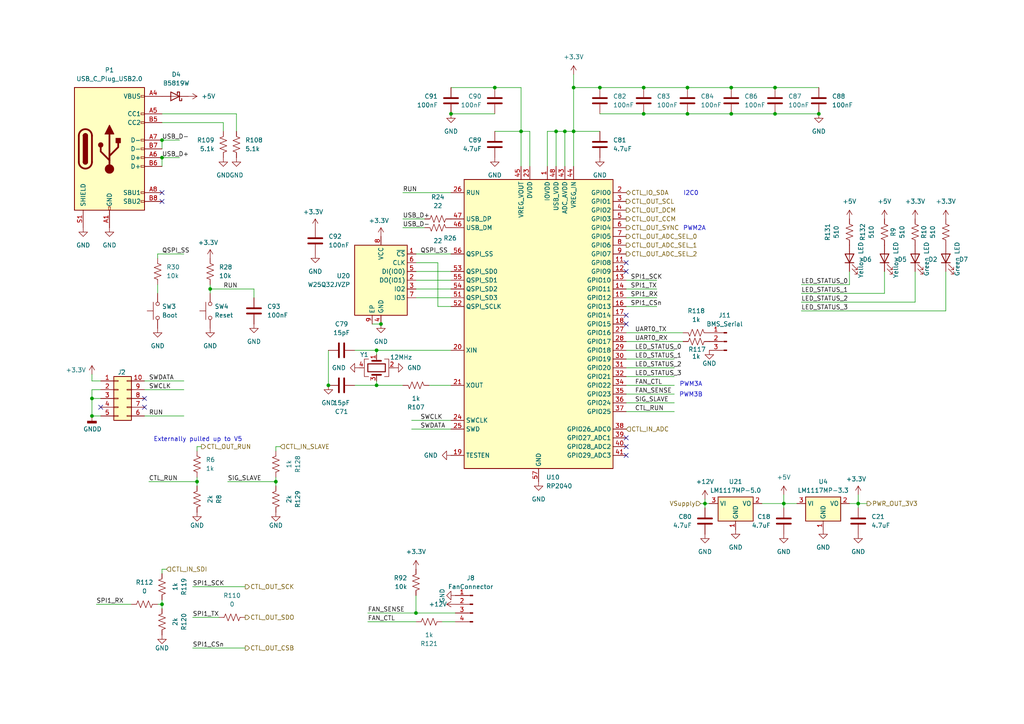
<source format=kicad_sch>
(kicad_sch (version 20231120) (generator "eeschema") (generator_version "8.0")
  (paper "A4")
  (junction (at 46.99 45.72))
  (junction (at 212.09 33.02))
  (junction (at 46.99 40.64))
  (junction (at 237.49 33.02))
  (junction (at 109.22 101.6))
  (junction (at 26.67 120.65))
  (junction (at 143.51 25.4))
  (junction (at 227.33 146.05))
  (junction (at 151.13 38.1))
  (junction (at 224.79 25.4))
  (junction (at 186.69 25.4))
  (junction (at 60.96 83.82))
  (junction (at 224.79 33.02))
  (junction (at 173.99 25.4))
  (junction (at 95.25 111.76))
  (junction (at 166.37 25.4))
  (junction (at 248.92 146.05))
  (junction (at 199.39 25.4))
  (junction (at 130.81 33.02))
  (junction (at 204.47 146.05))
  (junction (at 199.39 33.02))
  (junction (at 212.09 25.4))
  (junction (at 161.29 38.1))
  (junction (at 166.37 38.1))
  (junction (at 57.15 139.7))
  (junction (at 110.49 93.98))
  (junction (at 120.65 177.8))
  (junction (at 46.99 175.26))
  (junction (at 186.69 33.02))
  (junction (at 26.67 115.57))
  (junction (at 109.22 111.76))
  (junction (at 163.83 38.1))
  (junction (at 80.01 139.7))
  (no_connect (at 46.99 55.88))
  (no_connect (at 181.61 76.2))
  (no_connect (at 41.91 118.11))
  (no_connect (at 181.61 78.74))
  (no_connect (at 181.61 127))
  (no_connect (at 46.99 58.42))
  (no_connect (at 29.21 118.11))
  (no_connect (at 181.61 91.44))
  (no_connect (at 181.61 129.54))
  (no_connect (at 41.91 115.57))
  (no_connect (at 181.61 132.08))
  (no_connect (at 181.61 93.98))
  (wire (pts (xy 120.65 83.82) (xy 130.81 83.82)))
  (wire (pts (xy 220.98 146.05) (xy 227.33 146.05)))
  (wire (pts (xy 127 88.9) (xy 130.81 88.9)))
  (wire (pts (xy 181.61 81.28) (xy 190.5 81.28)))
  (wire (pts (xy 45.72 82.55) (xy 45.72 85.09)))
  (wire (pts (xy 166.37 21.59) (xy 166.37 25.4)))
  (wire (pts (xy 41.91 110.49) (xy 53.34 110.49)))
  (wire (pts (xy 46.99 40.64) (xy 46.99 43.18)))
  (wire (pts (xy 116.84 63.5) (xy 123.19 63.5)))
  (wire (pts (xy 232.41 85.09) (xy 256.54 85.09)))
  (wire (pts (xy 106.68 177.8) (xy 120.65 177.8)))
  (wire (pts (xy 181.61 99.06) (xy 198.12 99.06)))
  (wire (pts (xy 124.46 111.76) (xy 130.81 111.76)))
  (wire (pts (xy 66.04 139.7) (xy 80.01 139.7)))
  (wire (pts (xy 46.99 165.1) (xy 46.99 166.37)))
  (wire (pts (xy 55.88 170.18) (xy 71.12 170.18)))
  (wire (pts (xy 166.37 25.4) (xy 166.37 38.1)))
  (wire (pts (xy 232.41 90.17) (xy 274.32 90.17)))
  (wire (pts (xy 60.96 83.82) (xy 60.96 85.09)))
  (wire (pts (xy 109.22 101.6) (xy 109.22 102.87)))
  (wire (pts (xy 46.99 45.72) (xy 46.99 48.26)))
  (wire (pts (xy 204.47 144.78) (xy 204.47 146.05)))
  (wire (pts (xy 256.54 78.74) (xy 256.54 85.09)))
  (wire (pts (xy 181.61 83.82) (xy 190.5 83.82)))
  (wire (pts (xy 57.15 138.43) (xy 57.15 139.7)))
  (wire (pts (xy 151.13 38.1) (xy 151.13 48.26)))
  (wire (pts (xy 73.66 86.36) (xy 73.66 83.82)))
  (wire (pts (xy 181.61 88.9) (xy 190.5 88.9)))
  (wire (pts (xy 46.99 35.56) (xy 64.77 35.56)))
  (wire (pts (xy 246.38 146.05) (xy 248.92 146.05)))
  (wire (pts (xy 109.22 111.76) (xy 109.22 110.49)))
  (wire (pts (xy 58.42 129.54) (xy 57.15 129.54)))
  (wire (pts (xy 45.72 175.26) (xy 46.99 175.26)))
  (wire (pts (xy 120.65 81.28) (xy 130.81 81.28)))
  (wire (pts (xy 181.61 106.68) (xy 195.58 106.68)))
  (wire (pts (xy 106.68 180.34) (xy 120.65 180.34)))
  (wire (pts (xy 181.61 86.36) (xy 190.5 86.36)))
  (wire (pts (xy 73.66 83.82) (xy 60.96 83.82)))
  (wire (pts (xy 26.67 113.03) (xy 26.67 115.57)))
  (wire (pts (xy 227.33 146.05) (xy 231.14 146.05)))
  (wire (pts (xy 274.32 78.74) (xy 274.32 90.17)))
  (wire (pts (xy 265.43 78.74) (xy 265.43 87.63)))
  (wire (pts (xy 41.91 113.03) (xy 53.34 113.03)))
  (wire (pts (xy 29.21 120.65) (xy 26.67 120.65)))
  (wire (pts (xy 45.72 73.66) (xy 53.34 73.66)))
  (wire (pts (xy 109.22 111.76) (xy 116.84 111.76)))
  (wire (pts (xy 45.72 74.93) (xy 45.72 73.66)))
  (wire (pts (xy 127 76.2) (xy 127 88.9)))
  (wire (pts (xy 102.87 101.6) (xy 109.22 101.6)))
  (wire (pts (xy 181.61 104.14) (xy 195.58 104.14)))
  (wire (pts (xy 46.99 45.72) (xy 52.07 45.72)))
  (wire (pts (xy 41.91 120.65) (xy 53.34 120.65)))
  (wire (pts (xy 68.58 33.02) (xy 68.58 38.1)))
  (wire (pts (xy 232.41 87.63) (xy 265.43 87.63)))
  (wire (pts (xy 55.88 187.96) (xy 71.12 187.96)))
  (wire (pts (xy 46.99 33.02) (xy 68.58 33.02)))
  (wire (pts (xy 43.18 139.7) (xy 57.15 139.7)))
  (wire (pts (xy 119.38 121.92) (xy 130.81 121.92)))
  (wire (pts (xy 26.67 108.585) (xy 26.67 110.49)))
  (wire (pts (xy 26.67 113.03) (xy 29.21 113.03)))
  (wire (pts (xy 166.37 38.1) (xy 173.99 38.1)))
  (wire (pts (xy 166.37 38.1) (xy 166.37 48.26)))
  (wire (pts (xy 26.67 110.49) (xy 29.21 110.49)))
  (wire (pts (xy 80.01 129.54) (xy 80.01 130.81)))
  (wire (pts (xy 60.96 82.55) (xy 60.96 83.82)))
  (wire (pts (xy 107.95 93.98) (xy 110.49 93.98)))
  (wire (pts (xy 95.25 101.6) (xy 95.25 111.76)))
  (wire (pts (xy 161.29 38.1) (xy 161.29 48.26)))
  (wire (pts (xy 143.51 38.1) (xy 151.13 38.1)))
  (wire (pts (xy 55.88 179.07) (xy 63.5 179.07)))
  (wire (pts (xy 248.92 146.05) (xy 251.46 146.05)))
  (wire (pts (xy 181.61 116.84) (xy 195.58 116.84)))
  (wire (pts (xy 232.41 82.55) (xy 246.38 82.55)))
  (wire (pts (xy 130.81 25.4) (xy 143.51 25.4)))
  (wire (pts (xy 181.61 111.76) (xy 195.58 111.76)))
  (wire (pts (xy 186.69 25.4) (xy 199.39 25.4)))
  (wire (pts (xy 81.28 129.54) (xy 80.01 129.54)))
  (wire (pts (xy 204.47 146.05) (xy 205.74 146.05)))
  (wire (pts (xy 120.65 76.2) (xy 127 76.2)))
  (wire (pts (xy 120.65 73.66) (xy 130.81 73.66)))
  (wire (pts (xy 203.2 146.05) (xy 204.47 146.05)))
  (wire (pts (xy 151.13 25.4) (xy 151.13 38.1)))
  (wire (pts (xy 80.01 139.7) (xy 80.01 140.97)))
  (wire (pts (xy 80.01 138.43) (xy 80.01 139.7)))
  (wire (pts (xy 120.65 86.36) (xy 130.81 86.36)))
  (wire (pts (xy 116.84 55.88) (xy 130.81 55.88)))
  (wire (pts (xy 246.38 78.74) (xy 246.38 82.55)))
  (wire (pts (xy 120.65 78.74) (xy 130.81 78.74)))
  (wire (pts (xy 173.99 33.02) (xy 186.69 33.02)))
  (wire (pts (xy 120.65 172.72) (xy 120.65 177.8)))
  (wire (pts (xy 46.99 40.64) (xy 52.07 40.64)))
  (wire (pts (xy 227.33 147.32) (xy 227.33 146.05)))
  (wire (pts (xy 212.09 33.02) (xy 224.79 33.02)))
  (wire (pts (xy 64.77 35.56) (xy 64.77 38.1)))
  (wire (pts (xy 161.29 38.1) (xy 163.83 38.1)))
  (wire (pts (xy 27.94 175.26) (xy 38.1 175.26)))
  (wire (pts (xy 102.87 111.76) (xy 109.22 111.76)))
  (wire (pts (xy 128.27 180.34) (xy 132.08 180.34)))
  (wire (pts (xy 212.09 25.4) (xy 224.79 25.4)))
  (wire (pts (xy 29.21 115.57) (xy 26.67 115.57)))
  (wire (pts (xy 48.26 165.1) (xy 46.99 165.1)))
  (wire (pts (xy 181.61 114.3) (xy 195.58 114.3)))
  (wire (pts (xy 227.33 143.51) (xy 227.33 146.05)))
  (wire (pts (xy 181.61 109.22) (xy 195.58 109.22)))
  (wire (pts (xy 199.39 25.4) (xy 212.09 25.4)))
  (wire (pts (xy 248.92 146.05) (xy 248.92 147.32)))
  (wire (pts (xy 130.81 33.02) (xy 143.51 33.02)))
  (wire (pts (xy 204.47 146.05) (xy 204.47 147.32)))
  (wire (pts (xy 224.79 25.4) (xy 237.49 25.4)))
  (wire (pts (xy 116.84 66.04) (xy 123.19 66.04)))
  (wire (pts (xy 158.75 38.1) (xy 161.29 38.1)))
  (wire (pts (xy 46.99 175.26) (xy 46.99 176.53)))
  (wire (pts (xy 181.61 101.6) (xy 195.58 101.6)))
  (wire (pts (xy 224.79 33.02) (xy 237.49 33.02)))
  (wire (pts (xy 153.67 48.26) (xy 153.67 38.1)))
  (wire (pts (xy 158.75 48.26) (xy 158.75 38.1)))
  (wire (pts (xy 151.13 38.1) (xy 153.67 38.1)))
  (wire (pts (xy 181.61 119.38) (xy 195.58 119.38)))
  (wire (pts (xy 181.61 96.52) (xy 198.12 96.52)))
  (wire (pts (xy 163.83 38.1) (xy 166.37 38.1)))
  (wire (pts (xy 46.99 173.99) (xy 46.99 175.26)))
  (wire (pts (xy 143.51 25.4) (xy 151.13 25.4)))
  (wire (pts (xy 132.08 177.8) (xy 120.65 177.8)))
  (wire (pts (xy 119.38 124.46) (xy 130.81 124.46)))
  (wire (pts (xy 166.37 25.4) (xy 173.99 25.4)))
  (wire (pts (xy 173.99 25.4) (xy 186.69 25.4)))
  (wire (pts (xy 163.83 38.1) (xy 163.83 48.26)))
  (wire (pts (xy 186.69 33.02) (xy 199.39 33.02)))
  (wire (pts (xy 199.39 33.02) (xy 212.09 33.02)))
  (wire (pts (xy 26.67 120.65) (xy 26.67 115.57)))
  (wire (pts (xy 248.92 143.51) (xy 248.92 146.05)))
  (wire (pts (xy 57.15 129.54) (xy 57.15 130.81)))
  (wire (pts (xy 130.81 101.6) (xy 109.22 101.6)))
  (wire (pts (xy 57.15 139.7) (xy 57.15 140.97)))
  (text "PWM3A" (at 200.406 111.506 0) (effects (font (size 1.27 1.27))))
  (text "PWM2A" (at 201.422 66.294 0) (effects (font (size 1.27 1.27))))
  (text "I2C0" (at 200.406 56.134 0) (effects (font (size 1.27 1.27))))
  (text "PWM3B" (at 200.406 114.554 0) (effects (font (size 1.27 1.27))))
  (text "Externally pulled up to V5" (at 57.404 127.508 0) (effects (font (size 1.27 1.27))))
  (label "SPI1_CSn" (at 182.88 88.9 0))
  (label "FAN_CTL" (at 106.68 180.34 0))
  (label "SWCLK" (at 121.92 121.92 0))
  (label "RUN" (at 116.84 55.88 0))
  (label "LED_STATUS_3" (at 232.41 90.17 0))
  (label "SWCLK" (at 43.18 113.03 0))
  (label "SPI1_TX" (at 182.88 83.82 0))
  (label "UART0_RX" (at 184.15 99.06 0))
  (label "LED_STATUS_2" (at 232.41 87.63 0))
  (label "USB_D-" (at 46.99 40.64 0))
  (label "QSPI_SS" (at 46.99 73.66 0))
  (label "SPI1_CSn" (at 55.88 187.96 0))
  (label "SIG_SLAVE" (at 66.04 139.7 0))
  (label "QSPI_SS" (at 121.92 73.66 0))
  (label "USB_D-" (at 116.84 66.04 0))
  (label "SPI1_RX" (at 182.88 86.36 0))
  (label "USB_D+" (at 116.84 63.5 0))
  (label "SPI1_RX" (at 27.94 175.26 0))
  (label "LED_STATUS_2" (at 184.15 106.68 0))
  (label "LED_STATUS_0" (at 184.15 101.6 0))
  (label "LED_STATUS_3" (at 184.15 109.22 0))
  (label "LED_STATUS_1" (at 232.41 85.09 0))
  (label "SIG_SLAVE" (at 184.15 116.84 0))
  (label "LED_STATUS_0" (at 232.41 82.55 0))
  (label "FAN_SENSE" (at 106.68 177.8 0))
  (label "FAN_CTL" (at 184.15 111.76 0))
  (label "SPI1_TX" (at 55.88 179.07 0))
  (label "SPI1_SCK" (at 55.88 170.18 0))
  (label "SWDATA" (at 121.92 124.46 0))
  (label "USB_D+" (at 46.99 45.72 0))
  (label "RUN" (at 43.18 120.65 0))
  (label "LED_STATUS_1" (at 184.15 104.14 0))
  (label "CTL_RUN" (at 184.15 119.38 0))
  (label "SPI1_SCK" (at 182.88 81.28 0))
  (label "RUN" (at 64.77 83.82 0))
  (label "FAN_SENSE" (at 184.15 114.3 0))
  (label "UART0_TX" (at 184.15 96.52 0))
  (label "CTL_RUN" (at 43.18 139.7 0))
  (label "SWDATA" (at 43.18 110.49 0))
  (hierarchical_label "CTL_OUT_CSB" (shape output) (at 71.12 187.96 0))
  (hierarchical_label "CTL_OUT_ADC_SEL_2" (shape output) (at 181.61 73.66 0))
  (hierarchical_label "CTL_OUT_ADC_SEL_0" (shape output) (at 181.61 68.58 0))
  (hierarchical_label "CTL_OUT_SYNC" (shape output) (at 181.61 66.04 0))
  (hierarchical_label "CTL_OUT_SDO" (shape output) (at 71.12 179.07 0))
  (hierarchical_label "CTL_OUT_SCL" (shape output) (at 181.61 58.42 0))
  (hierarchical_label "CTL_OUT_DCM" (shape output) (at 181.61 60.96 0))
  (hierarchical_label "CTL_OUT_RUN" (shape output) (at 58.42 129.54 0))
  (hierarchical_label "VSupply" (shape input) (at 203.2 146.05 180))
  (hierarchical_label "CTL_OUT_CCM" (shape output) (at 181.61 63.5 0))
  (hierarchical_label "CTL_OUT_SCK" (shape output) (at 71.12 170.18 0))
  (hierarchical_label "CTL_IN_ADC" (shape input) (at 181.61 124.46 0))
  (hierarchical_label "CTL_OUT_ADC_SEL_1" (shape output) (at 181.61 71.12 0))
  (hierarchical_label "CTL_IN_SDI" (shape input) (at 48.26 165.1 0))
  (hierarchical_label "CTL_IN_SLAVE" (shape input) (at 81.28 129.54 0))
  (hierarchical_label "CTL_IO_SDA" (shape bidirectional) (at 181.61 55.88 0))
  (hierarchical_label "PWR_OUT_3V3" (shape output) (at 251.46 146.05 0))
  (symbol (lib_id "Device:R_US") (at 67.31 179.07 270) (unit 1)
    (property "Reference" "R110" (at 67.31 172.72 90))
    (property "Value" "0" (at 67.31 175.26 90))
    (property "Footprint" "Resistor_SMD:R_0603_1608Metric" (effects (hide yes)))
    (property "Description" "Resistor, US symbol" (effects (hide yes)))
    (property "Digikey" "N/A" (effects (hide yes)))
    (property "LCSC" "C21189" (effects (hide yes)))
  )
  (symbol (lib_id "power:+12P") (at 132.08 175.26 90) (mirror x) (unit 1)
    (property "Reference" "#PWR013" (effects (hide yes)))
    (property "Value" "+12V" (at 127 175.26 90))
    (property "Description" "Power symbol creates a global label with name \"+12P\"" (effects (hide yes)))
  )
  (symbol (lib_id "Device:C") (at 130.81 29.21 0) (mirror y) (unit 1)
    (property "Reference" "C91" (at 127 27.9399 0) (effects (justify left)))
    (property "Value" "100nF" (at 127 30.4799 0) (effects (justify left)))
    (property "Footprint" "Capacitor_SMD:C_0603_1608Metric" (effects (hide yes)))
    (property "Description" "Unpolarized capacitor" (effects (hide yes)))
    (property "LCSC" "C14663" (effects (hide yes)))
    (property "Digikey" "N/A" (effects (hide yes)))
  )
  (symbol (lib_id "power:+3.3VP") (at 91.44 66.04 0) (unit 1)
    (property "Reference" "#PWR0157" (effects (hide yes)))
    (property "Value" "+3.3V" (at 87.884 61.468 0) (effects (justify left)))
    (property "Description" "Power symbol creates a global label with name \"+3.3VP\"" (effects (hide yes)))
  )
  (symbol (lib_id "power:+5V") (at 246.38 63.5 0) (unit 1)
    (property "Reference" "#PWR0223" (effects (hide yes)))
    (property "Value" "+5V" (at 246.38 58.42 0))
    (property "Description" "Power symbol creates a global label with name \"+5V\"" (effects (hide yes)))
  )
  (symbol (lib_id "power:GND") (at 130.81 33.02 0) (mirror y) (unit 1)
    (property "Reference" "#PWR0203" (effects (hide yes)))
    (property "Value" "GND" (at 130.81 38.1 0))
    (property "Description" "Power symbol creates a global label with name \"GND\" , ground" (effects (hide yes)))
  )
  (symbol (lib_id "power:GND") (at 205.74 101.6 0) (unit 1)
    (property "Reference" "#PWR0216" (effects (hide yes)))
    (property "Value" "GND" (at 205.74 105.41 0))
    (property "Description" "Power symbol creates a global label with name \"GND\" , ground" (effects (hide yes)))
  )
  (symbol (lib_id "power:GNDD") (at 26.67 120.65 0) (unit 1)
    (property "Reference" "#PWR0186" (effects (hide yes)))
    (property "Value" "GNDD" (at 24.13 124.46 0) (effects (justify left)))
    (property "Description" "Power symbol creates a global label with name \"GNDD\" , digital ground" (effects (hide yes)))
  )
  (symbol (lib_id "power:GND") (at 173.99 45.72 0) (unit 1)
    (property "Reference" "#PWR050" (effects (hide yes)))
    (property "Value" "GND" (at 173.99 50.8 0))
    (property "Description" "Power symbol creates a global label with name \"GND\" , ground" (effects (hide yes)))
  )
  (symbol (lib_id "power:GND") (at 227.33 154.94 0) (unit 1)
    (property "Reference" "#PWR088" (effects (hide yes)))
    (property "Value" "GND" (at 227.33 160.02 0))
    (property "Description" "Power symbol creates a global label with name \"GND\" , ground" (effects (hide yes)))
  )
  (symbol (lib_id "Device:R_US") (at 265.43 67.31 0) (unit 1)
    (property "Reference" "R9" (at 259.08 67.31 90))
    (property "Value" "510" (at 261.62 67.31 90))
    (property "Footprint" "Resistor_SMD:R_0603_1608Metric" (effects (hide yes)))
    (property "Description" "Resistor, US symbol" (effects (hide yes)))
    (property "Digikey" "N/A" (effects (hide yes)))
    (property "LCSC" "C23193" (effects (hide yes)))
  )
  (symbol (lib_id "power:GND") (at 114.3 106.68 90) (unit 1)
    (property "Reference" "#PWR0196" (effects (hide yes)))
    (property "Value" "GND" (at 118.11 106.6799 90) (effects (justify right)))
    (property "Description" "Power symbol creates a global label with name \"GND\" , ground" (effects (hide yes)))
  )
  (symbol (lib_id "power:GND") (at 143.51 45.72 0) (mirror y) (unit 1)
    (property "Reference" "#PWR0202" (effects (hide yes)))
    (property "Value" "GND" (at 143.51 50.8 0))
    (property "Description" "Power symbol creates a global label with name \"GND\" , ground" (effects (hide yes)))
  )
  (symbol (lib_id "Memory_Flash:W25Q32JVZP") (at 110.49 81.28 0) (mirror y) (unit 1)
    (property "Reference" "U20" (at 101.6 80.0099 0) (effects (justify left)))
    (property "Value" "W25Q32JVZP" (at 101.6 82.5499 0) (effects (justify left)))
    (property "Footprint" "Package_SON:WSON-8-1EP_6x5mm_P1.27mm_EP3.4x4.3mm" (effects (hide yes)))
    (property "Datasheet" "http://www.winbond.com/resource-files/w25q32jv%20revg%2003272018%20plus.pdf" (effects (hide yes)))
    (property "Description" "32Mb Serial Flash Memory, Standard/Dual/Quad SPI, DFN-8" (effects (hide yes)))
    (property "Digikey" "W25Q32JVZPIQ-ND" (effects (hide yes)))
    (property "LCSC" "N/A" (effects (hide yes)))
    (property "JLCPCB Rotation Offset" "-90" (effects (hide yes)))
  )
  (symbol (lib_id "Connector_Generic:Conn_02x05_Counter_Clockwise") (at 34.29 115.57 0) (unit 1)
    (property "Reference" "J2" (at 35.306 107.95 0))
    (property "Value" "~" (at 35.56 107.2896 0))
    (property "Footprint" "Connectors:JTAG_2x05_P1_27mm_Shrouded_SMD" (effects (hide yes)))
    (property "Description" "Generic connector, double row, 02x05, counter clockwise pin numbering scheme (similar to DIP package numbering), script generated (kicad-library-utils/schlib/autogen/connector/)" (effects (hide yes)))
    (property "Digikey" "1175-1629-ND" (effects (hide yes)))
  )
  (symbol (lib_id "Device:C") (at 237.49 29.21 0) (unit 1)
    (property "Reference" "C88" (at 241.3 27.9399 0) (effects (justify left)))
    (property "Value" "100nF" (at 241.3 30.4799 0) (effects (justify left)))
    (property "Footprint" "Capacitor_SMD:C_0603_1608Metric" (effects (hide yes)))
    (property "Description" "Unpolarized capacitor" (effects (hide yes)))
    (property "LCSC" "C14663" (effects (hide yes)))
    (property "Digikey" "N/A" (effects (hide yes)))
  )
  (symbol (lib_id "power:GND") (at 24.13 66.04 0) (unit 1)
    (property "Reference" "#PWR048" (effects (hide yes)))
    (property "Value" "GND" (at 24.13 71.12 0))
    (property "Description" "Power symbol creates a global label with name \"GND\" , ground" (effects (hide yes)))
  )
  (symbol (lib_id "Device:R_US") (at 201.93 99.06 270) (unit 1)
    (property "Reference" "R117" (at 202.184 101.346 90))
    (property "Value" "1k" (at 201.93 103.378 90))
    (property "Footprint" "Resistor_SMD:R_0603_1608Metric" (effects (hide yes)))
    (property "Description" "Resistor, US symbol" (effects (hide yes)))
    (property "Digikey" "N/A" (effects (hide yes)))
    (property "LCSC" "C21190" (effects (hide yes)))
  )
  (symbol (lib_id "Switch:SW_Push") (at 60.96 90.17 90) (unit 1)
    (property "Reference" "SW4" (at 62.23 88.8999 90) (effects (justify right)))
    (property "Value" "Reset" (at 62.23 91.4399 90) (effects (justify right)))
    (property "Footprint" "Button_Switch_SMD:SW_SPST_EVQP2" (effects (hide yes)))
    (property "Description" "Push button switch, generic, two pins" (effects (hide yes)))
    (property "Digikey" "P11081SCT-ND" (effects (hide yes)))
    (property "LCSC" "N/A" (effects (hide yes)))
  )
  (symbol (lib_id "power:+3.3VP") (at 120.65 165.1 0) (mirror y) (unit 1)
    (property "Reference" "#PWR0128" (effects (hide yes)))
    (property "Value" "+3.3V" (at 120.65 160.02 0))
    (property "Description" "Power symbol creates a global label with name \"+3.3VP\"" (effects (hide yes)))
  )
  (symbol (lib_id "power:GND") (at 130.81 132.08 270) (unit 1)
    (property "Reference" "#PWR0208" (effects (hide yes)))
    (property "Value" "GND" (at 127 132.0799 90) (effects (justify right)))
    (property "Description" "Power symbol creates a global label with name \"GND\" , ground" (effects (hide yes)))
  )
  (symbol (lib_id "Device:C") (at 227.33 151.13 0) (mirror y) (unit 1)
    (property "Reference" "C18" (at 223.52 149.8599 0) (effects (justify left)))
    (property "Value" "4.7uF" (at 223.52 152.3999 0) (effects (justify left)))
    (property "Footprint" "Capacitor_SMD:C_0603_1608Metric" (effects (hide yes)))
    (property "Description" "Unpolarized capacitor" (effects (hide yes)))
    (property "Digikey" "N/A" (effects (hide yes)))
    (property "LCSC" "C19666" (effects (hide yes)))
  )
  (symbol (lib_id "power:GND") (at 248.92 154.94 0) (unit 1)
    (property "Reference" "#PWR095" (effects (hide yes)))
    (property "Value" "GND" (at 248.92 160.02 0))
    (property "Description" "Power symbol creates a global label with name \"GND\" , ground" (effects (hide yes)))
  )
  (symbol (lib_id "Regulator_Linear:LM1117MP-5.0") (at 213.36 146.05 0) (unit 1)
    (property "Reference" "U21" (at 213.36 139.7 0))
    (property "Value" "LM1117MP-5.0" (at 213.36 142.24 0))
    (property "Footprint" "Package_TO_SOT_SMD:SOT-223-3_TabPin2" (effects (hide yes)))
    (property "Datasheet" "http://www.ti.com/lit/ds/symlink/lm1117.pdf" (effects (hide yes)))
    (property "Description" "800mA Low-Dropout Linear Regulator, 5.0V fixed output, SOT-223" (effects (hide yes)))
    (property "LCSC" "C6187" (effects (hide yes)))
    (property "Digikey" "N/A" (effects (hide yes)))
  )
  (symbol (lib_id "Device:LED") (at 274.32 74.93 90) (unit 1)
    (property "Reference" "D7" (at 278.13 75.2474 90) (effects (justify right)))
    (property "Value" "Green LED" (at 277.622 70.104 0) (effects (justify right)))
    (property "Footprint" "LED_SMD:LED_0805_2012Metric" (effects (hide yes)))
    (property "Description" "Light emitting diode" (effects (hide yes)))
    (property "LCSC" "C2297" (effects (hide yes)))
    (property "Digikey" "N/A" (effects (hide yes)))
  )
  (symbol (lib_id "Device:C") (at 212.09 29.21 0) (unit 1)
    (property "Reference" "C86" (at 215.9 27.9399 0) (effects (justify left)))
    (property "Value" "100nF" (at 215.9 30.4799 0) (effects (justify left)))
    (property "Footprint" "Capacitor_SMD:C_0603_1608Metric" (effects (hide yes)))
    (property "Description" "Unpolarized capacitor" (effects (hide yes)))
    (property "LCSC" "C14663" (effects (hide yes)))
    (property "Digikey" "N/A" (effects (hide yes)))
  )
  (symbol (lib_id "power:GND") (at 213.36 153.67 0) (unit 1)
    (property "Reference" "#PWR0199" (effects (hide yes)))
    (property "Value" "GND" (at 213.36 158.75 0))
    (property "Description" "Power symbol creates a global label with name \"GND\" , ground" (effects (hide yes)))
  )
  (symbol (lib_id "MCU_RaspberryPi:RP2040") (at 156.21 93.98 0) (unit 1)
    (property "Reference" "U10" (at 158.4041 138.43 0) (effects (justify left)))
    (property "Value" "RP2040" (at 158.4041 140.97 0) (effects (justify left)))
    (property "Footprint" "Package_DFN_QFN:QFN-56-1EP_7x7mm_P0.4mm_EP3.2x3.2mm" (effects (hide yes)))
    (property "Datasheet" "https://datasheets.raspberrypi.com/rp2040/rp2040-datasheet.pdf" (effects (hide yes)))
    (property "Description" "A microcontroller by Raspberry Pi" (effects (hide yes)))
    (property "Digikey" "2648-SC0914(13)CT-ND" (effects (hide yes)))
    (property "LCSC" "C2040" (effects (hide yes)))
    (property "JLCPCB Rotation Offset" "-90" (effects (hide yes)))
  )
  (symbol (lib_id "power:GND") (at 204.47 154.94 0) (unit 1)
    (property "Reference" "#PWR0198" (effects (hide yes)))
    (property "Value" "GND" (at 204.47 160.02 0))
    (property "Description" "Power symbol creates a global label with name \"GND\" , ground" (effects (hide yes)))
  )
  (symbol (lib_id "Device:LED") (at 246.38 74.93 90) (unit 1)
    (property "Reference" "D6" (at 250.19 75.2474 90) (effects (justify right)))
    (property "Value" "Yellow LED" (at 249.682 70.104 0) (effects (justify right)))
    (property "Footprint" "LED_SMD:LED_0805_2012Metric" (effects (hide yes)))
    (property "Description" "Light emitting diode" (effects (hide yes)))
    (property "LCSC" "C2296" (effects (hide yes)))
    (property "Digikey" "N/A" (effects (hide yes)))
  )
  (symbol (lib_id "Device:R_US") (at 274.32 67.31 0) (unit 1)
    (property "Reference" "R10" (at 267.97 67.31 90))
    (property "Value" "510" (at 270.51 67.31 90))
    (property "Footprint" "Resistor_SMD:R_0603_1608Metric" (effects (hide yes)))
    (property "Description" "Resistor, US symbol" (effects (hide yes)))
    (property "Digikey" "N/A" (effects (hide yes)))
    (property "LCSC" "C23193" (effects (hide yes)))
  )
  (symbol (lib_id "Connector:Conn_01x04_Pin") (at 137.16 175.26 0) (mirror y) (unit 1)
    (property "Reference" "J8" (at 136.525 167.64 0))
    (property "Value" "FanConnector" (at 136.525 170.18 0))
    (property "Footprint" "Connector_Molex:Molex_KK-254_AE-6410-04A_1x04_P2.54mm_Vertical" (effects (hide yes)))
    (property "Description" "Generic connector, single row, 01x04, script generated" (effects (hide yes)))
    (property "Digikey" "WM4330-ND" (effects (hide yes)))
    (property "Notes" "https://allpinouts.org/pinouts/connectors/motherboards/motherboard-cpu-4-pin-fan/" (effects (hide yes)))
    (property "LCSC" "N/A" (effects (hide yes)))
  )
  (symbol (lib_id "power:GND") (at 64.77 45.72 0) (unit 1)
    (property "Reference" "#PWR0213" (effects (hide yes)))
    (property "Value" "GND" (at 64.77 50.8 0))
    (property "Description" "Power symbol creates a global label with name \"GND\" , ground" (effects (hide yes)))
  )
  (symbol (lib_id "Device:D_Schottky") (at 50.8 27.94 180) (unit 1)
    (property "Reference" "D4" (at 51.1175 21.59 0))
    (property "Value" "B5819W" (at 51.1175 24.13 0))
    (property "Footprint" "Diode_SMD:D_SOD-123" (effects (hide yes)))
    (property "Description" "Schottky diode" (effects (hide yes)))
    (property "LCSC" "C8598" (effects (hide yes)))
    (property "Digikey" "N/A" (effects (hide yes)))
  )
  (symbol (lib_id "Connector:Conn_01x03_Pin") (at 210.82 99.06 0) (mirror y) (unit 1)
    (property "Reference" "J11" (at 210.185 91.44 0))
    (property "Value" "BMS_Serial" (at 210.185 93.98 0))
    (property "Footprint" "Connector_Harwin:Harwin_M20-89003xx_1x03_P2.54mm_Horizontal" (effects (hide yes)))
    (property "Description" "Generic connector, single row, 01x03, script generated" (effects (hide yes)))
    (property "Digikey" "952-3232-ND" (effects (hide yes)))
    (property "LCSC" "N/A" (effects (hide yes)))
  )
  (symbol (lib_id "Device:C") (at 91.44 69.85 0) (unit 1)
    (property "Reference" "C92" (at 95.25 68.5799 0) (effects (justify left)))
    (property "Value" "100nF" (at 95.25 71.1199 0) (effects (justify left)))
    (property "Footprint" "Capacitor_SMD:C_0603_1608Metric" (effects (hide yes)))
    (property "Description" "Unpolarized capacitor" (effects (hide yes)))
    (property "LCSC" "C14663" (effects (hide yes)))
    (property "Digikey" "N/A" (effects (hide yes)))
  )
  (symbol (lib_id "power:GND") (at 80.01 148.59 0) (mirror y) (unit 1)
    (property "Reference" "#PWR0221" (effects (hide yes)))
    (property "Value" "GND" (at 80.01 152.4 0))
    (property "Description" "Power symbol creates a global label with name \"GND\" , ground" (effects (hide yes)))
  )
  (symbol (lib_id "Device:R_US") (at 127 66.04 270) (mirror x) (unit 1)
    (property "Reference" "R26" (at 130.556 69.088 90))
    (property "Value" "22" (at 127 69.85 90))
    (property "Footprint" "Resistor_SMD:R_0603_1608Metric" (effects (hide yes)))
    (property "Description" "Resistor, US symbol" (effects (hide yes)))
    (property "LCSC" "C23345" (effects (hide yes)))
    (property "Digikey" "N/A" (effects (hide yes)))
  )
  (symbol (lib_id "power:GND") (at 45.72 95.25 0) (mirror y) (unit 1)
    (property "Reference" "#PWR0212" (effects (hide yes)))
    (property "Value" "GND" (at 45.72 100.33 0))
    (property "Description" "Power symbol creates a global label with name \"GND\" , ground" (effects (hide yes)))
  )
  (symbol (lib_id "power:GND") (at 31.75 66.04 0) (unit 1)
    (property "Reference" "#PWR046" (effects (hide yes)))
    (property "Value" "GND" (at 31.75 71.12 0))
    (property "Description" "Power symbol creates a global label with name \"GND\" , ground" (effects (hide yes)))
  )
  (symbol (lib_id "power:GND") (at 57.15 148.59 0) (mirror y) (unit 1)
    (property "Reference" "#PWR029" (effects (hide yes)))
    (property "Value" "GND" (at 57.15 152.4 0))
    (property "Description" "Power symbol creates a global label with name \"GND\" , ground" (effects (hide yes)))
  )
  (symbol (lib_id "power:GND") (at 132.08 172.72 270) (mirror x) (unit 1)
    (property "Reference" "#PWR0215" (effects (hide yes)))
    (property "Value" "GND" (at 128.27 172.72 0))
    (property "Description" "Power symbol creates a global label with name \"GND\" , ground" (effects (hide yes)))
  )
  (symbol (lib_id "power:GND") (at 156.21 139.7 0) (unit 1)
    (property "Reference" "#PWR0207" (effects (hide yes)))
    (property "Value" "GND" (at 156.21 144.78 0))
    (property "Description" "Power symbol creates a global label with name \"GND\" , ground" (effects (hide yes)))
  )
  (symbol (lib_id "power:+3.3VP") (at 274.32 63.5 0) (unit 1)
    (property "Reference" "#PWR0194" (effects (hide yes)))
    (property "Value" "+3.3V" (at 274.32 58.42 0))
    (property "Description" "Power symbol creates a global label with name \"+3.3VP\"" (effects (hide yes)))
  )
  (symbol (lib_id "power:GND") (at 238.76 153.67 0) (unit 1)
    (property "Reference" "#PWR091" (effects (hide yes)))
    (property "Value" "GND" (at 238.76 158.75 0))
    (property "Description" "Power symbol creates a global label with name \"GND\" , ground" (effects (hide yes)))
  )
  (symbol (lib_id "Device:C") (at 173.99 41.91 0) (unit 1)
    (property "Reference" "C81" (at 177.8 40.6399 0) (effects (justify left)))
    (property "Value" "4.7uF" (at 177.8 43.1799 0) (effects (justify left)))
    (property "Footprint" "Capacitor_SMD:C_0603_1608Metric" (effects (hide yes)))
    (property "Description" "Unpolarized capacitor" (effects (hide yes)))
    (property "Digikey" "N/A" (effects (hide yes)))
    (property "LCSC" "C19666" (effects (hide yes)))
  )
  (symbol (lib_id "Device:R_US") (at 120.65 168.91 0) (mirror x) (unit 1)
    (property "Reference" "R92" (at 118.11 167.6399 0) (effects (justify right)))
    (property "Value" "10k" (at 118.11 170.1799 0) (effects (justify right)))
    (property "Footprint" "Resistor_SMD:R_0603_1608Metric" (effects (hide yes)))
    (property "Description" "Resistor, US symbol" (effects (hide yes)))
    (property "LCSC" "C25804" (effects (hide yes)))
    (property "Digikey" "N/A" (effects (hide yes)))
  )
  (symbol (lib_id "Device:R_US") (at 60.96 78.74 180) (unit 1)
    (property "Reference" "R28" (at 63.5 77.4699 0) (effects (justify right)))
    (property "Value" "10k" (at 63.5 80.0099 0) (effects (justify right)))
    (property "Footprint" "Resistor_SMD:R_0603_1608Metric" (effects (hide yes)))
    (property "Description" "Resistor, US symbol" (effects (hide yes)))
    (property "LCSC" "C25804" (effects (hide yes)))
    (property "Digikey" "N/A" (effects (hide yes)))
  )
  (symbol (lib_id "Regulator_Linear:LM1117MP-3.3") (at 238.76 146.05 0) (unit 1)
    (property "Reference" "U4" (at 238.76 139.7 0))
    (property "Value" "LM1117MP-3.3" (at 238.76 142.24 0))
    (property "Footprint" "Package_TO_SOT_SMD:SOT-223-3_TabPin2" (effects (hide yes)))
    (property "Datasheet" "http://www.ti.com/lit/ds/symlink/lm1117.pdf" (effects (hide yes)))
    (property "Description" "800mA Low-Dropout Linear Regulator, 3.3V fixed output, SOT-223" (effects (hide yes)))
    (property "Digikey" "N/A" (effects (hide yes)))
    (property "LCSC" "C6186" (effects (hide yes)))
  )
  (symbol (lib_id "power:GND") (at 68.58 45.72 0) (unit 1)
    (property "Reference" "#PWR0214" (effects (hide yes)))
    (property "Value" "GND" (at 68.58 50.8 0))
    (property "Description" "Power symbol creates a global label with name \"GND\" , ground" (effects (hide yes)))
  )
  (symbol (lib_id "power:GND") (at 110.49 93.98 0) (mirror y) (unit 1)
    (property "Reference" "#PWR0205" (effects (hide yes)))
    (property "Value" "GND" (at 110.49 99.06 0))
    (property "Description" "Power symbol creates a global label with name \"GND\" , ground" (effects (hide yes)))
  )
  (symbol (lib_id "Device:R_US") (at 45.72 78.74 180) (unit 1)
    (property "Reference" "R30" (at 48.26 77.4699 0) (effects (justify right)))
    (property "Value" "10k" (at 48.26 80.0099 0) (effects (justify right)))
    (property "Footprint" "Resistor_SMD:R_0603_1608Metric" (effects (hide yes)))
    (property "Description" "Resistor, US symbol" (effects (hide yes)))
    (property "LCSC" "C25804" (effects (hide yes)))
    (property "Digikey" "N/A" (effects (hide yes)))
  )
  (symbol (lib_id "Device:C") (at 73.66 90.17 0) (unit 1)
    (property "Reference" "C93" (at 77.47 88.8999 0) (effects (justify left)))
    (property "Value" "100nF" (at 77.47 91.4399 0) (effects (justify left)))
    (property "Footprint" "Capacitor_SMD:C_0603_1608Metric" (effects (hide yes)))
    (property "Description" "Unpolarized capacitor" (effects (hide yes)))
    (property "LCSC" "C14663" (effects (hide yes)))
    (property "Digikey" "N/A" (effects (hide yes)))
  )
  (symbol (lib_id "Device:R_US") (at 57.15 144.78 0) (mirror x) (unit 1)
    (property "Reference" "R8" (at 63.5 144.78 90))
    (property "Value" "2k" (at 60.96 144.78 90))
    (property "Footprint" "Resistor_SMD:R_0603_1608Metric" (effects (hide yes)))
    (property "Description" "Resistor, US symbol" (effects (hide yes)))
    (property "Digikey" "N/A" (effects (hide yes)))
    (property "LCSC" "C22975" (effects (hide yes)))
  )
  (symbol (lib_id "power:GND") (at 237.49 33.02 0) (mirror y) (unit 1)
    (property "Reference" "#PWR0204" (effects (hide yes)))
    (property "Value" "GND" (at 237.49 38.1 0))
    (property "Description" "Power symbol creates a global label with name \"GND\" , ground" (effects (hide yes)))
  )
  (symbol (lib_id "Device:R_US") (at 120.65 111.76 90) (mirror x) (unit 1)
    (property "Reference" "R107" (at 120.65 118.11 90))
    (property "Value" "1k" (at 120.65 115.57 90))
    (property "Footprint" "Resistor_SMD:R_0603_1608Metric" (effects (hide yes)))
    (property "Description" "Resistor, US symbol" (effects (hide yes)))
    (property "Digikey" "N/A" (effects (hide yes)))
    (property "LCSC" "C21190" (effects (hide yes)))
  )
  (symbol (lib_id "Device:C") (at 204.47 151.13 0) (mirror y) (unit 1)
    (property "Reference" "C80" (at 200.66 149.8599 0) (effects (justify left)))
    (property "Value" "4.7uF" (at 200.66 152.3999 0) (effects (justify left)))
    (property "Footprint" "Capacitor_SMD:C_0603_1608Metric" (effects (hide yes)))
    (property "Description" "Unpolarized capacitor" (effects (hide yes)))
    (property "Digikey" "N/A" (effects (hide yes)))
    (property "LCSC" "C19666" (effects (hide yes)))
  )
  (symbol (lib_id "Device:R_US") (at 80.01 144.78 0) (mirror x) (unit 1)
    (property "Reference" "R129" (at 86.36 144.78 90))
    (property "Value" "2k" (at 83.82 144.78 90))
    (property "Footprint" "Resistor_SMD:R_0603_1608Metric" (effects (hide yes)))
    (property "Description" "Resistor, US symbol" (effects (hide yes)))
    (property "Digikey" "N/A" (effects (hide yes)))
    (property "LCSC" "C22975" (effects (hide yes)))
  )
  (symbol (lib_id "power:GND") (at 95.25 111.76 0) (unit 1)
    (property "Reference" "#PWR0197" (effects (hide yes)))
    (property "Value" "GND" (at 95.25 116.84 0))
    (property "Description" "Power symbol creates a global label with name \"GND\" , ground" (effects (hide yes)))
  )
  (symbol (lib_id "power:+12P") (at 204.47 144.78 0) (unit 1)
    (property "Reference" "#PWR079" (effects (hide yes)))
    (property "Value" "+12V" (at 204.47 139.7 0))
    (property "Description" "Power symbol creates a global label with name \"+12P\"" (effects (hide yes)))
  )
  (symbol (lib_id "power:+5V") (at 227.33 143.51 0) (unit 1)
    (property "Reference" "#PWR0200" (effects (hide yes)))
    (property "Value" "+5V" (at 227.33 138.43 0))
    (property "Description" "Power symbol creates a global label with name \"+5V\"" (effects (hide yes)))
  )
  (symbol (lib_id "Connector:USB_C_Receptacle_USB2.0_16P") (at 31.75 43.18 0) (unit 1)
    (property "Reference" "P1" (at 31.75 20.32 0))
    (property "Value" "USB_C_Plug_USB2.0" (at 31.75 22.86 0))
    (property "Footprint" "Connector_USB:USB_C_Receptacle_GCT_USB4085" (effects (hide yes)))
    (property "Datasheet" "https://www.usb.org/sites/default/files/documents/usb_type-c.zip" (effects (hide yes)))
    (property "Description" "USB 2.0-only 16P Type-C Receptacle connector" (effects (hide yes)))
    (property "Digikey" "2073-USB4085-GF-ACT-ND" (effects (hide yes)))
    (property "LCSC" "N/A" (effects (hide yes)))
  )
  (symbol (lib_id "Device:C") (at 186.69 29.21 0) (unit 1)
    (property "Reference" "C83" (at 190.5 27.9399 0) (effects (justify left)))
    (property "Value" "100nF" (at 190.5 30.4799 0) (effects (justify left)))
    (property "Footprint" "Capacitor_SMD:C_0603_1608Metric" (effects (hide yes)))
    (property "Description" "Unpolarized capacitor" (effects (hide yes)))
    (property "LCSC" "C14663" (effects (hide yes)))
    (property "Digikey" "N/A" (effects (hide yes)))
  )
  (symbol (lib_id "power:GND") (at 60.96 95.25 0) (mirror y) (unit 1)
    (property "Reference" "#PWR0211" (effects (hide yes)))
    (property "Value" "GND" (at 60.96 100.33 0))
    (property "Description" "Power symbol creates a global label with name \"GND\" , ground" (effects (hide yes)))
  )
  (symbol (lib_id "power:+3.3V") (at 26.67 108.585 0) (mirror y) (unit 1)
    (property "Reference" "#PWR034" (effects (hide yes)))
    (property "Value" "+3.3V" (at 19.05 107.315 0) (effects (justify right)))
    (property "Description" "Power symbol creates a global label with name \"+3.3V\"" (effects (hide yes)))
  )
  (symbol (lib_id "Device:R_US") (at 68.58 41.91 180) (unit 1)
    (property "Reference" "R108" (at 71.12 40.6399 0) (effects (justify right)))
    (property "Value" "5.1k" (at 71.12 43.1799 0) (effects (justify right)))
    (property "Footprint" "Resistor_SMD:R_0603_1608Metric" (effects (hide yes)))
    (property "Description" "Resistor, US symbol" (effects (hide yes)))
    (property "LCSC" "C23186" (effects (hide yes)))
    (property "Digikey" "N/A" (effects (hide yes)))
  )
  (symbol (lib_id "power:+3.3VP") (at 166.37 21.59 0) (unit 1)
    (property "Reference" "#PWR0201" (effects (hide yes)))
    (property "Value" "+3.3V" (at 166.37 16.51 0))
    (property "Description" "Power symbol creates a global label with name \"+3.3VP\"" (effects (hide yes)))
  )
  (symbol (lib_id "power:+3.3VP") (at 265.43 63.5 0) (unit 1)
    (property "Reference" "#PWR0188" (effects (hide yes)))
    (property "Value" "+3.3V" (at 265.43 58.42 0))
    (property "Description" "Power symbol creates a global label with name \"+3.3VP\"" (effects (hide yes)))
  )
  (symbol (lib_id "Device:R_US") (at 80.01 134.62 0) (mirror x) (unit 1)
    (property "Reference" "R128" (at 86.36 134.62 90))
    (property "Value" "1k" (at 83.82 134.62 90))
    (property "Footprint" "Resistor_SMD:R_0603_1608Metric" (effects (hide yes)))
    (property "Description" "Resistor, US symbol" (effects (hide yes)))
    (property "Digikey" "N/A" (effects (hide yes)))
    (property "LCSC" "C21190" (effects (hide yes)))
  )
  (symbol (lib_id "Switch:SW_Push") (at 45.72 90.17 90) (unit 1)
    (property "Reference" "SW3" (at 46.99 88.8999 90) (effects (justify right)))
    (property "Value" "Boot" (at 46.99 91.4399 90) (effects (justify right)))
    (property "Footprint" "Button_Switch_SMD:SW_SPST_EVQP2" (effects (hide yes)))
    (property "Description" "Push button switch, generic, two pins" (effects (hide yes)))
    (property "Digikey" "P11081SCT-ND" (effects (hide yes)))
    (property "LCSC" "N/A" (effects (hide yes)))
  )
  (symbol (lib_id "power:GND") (at 73.66 93.98 0) (mirror y) (unit 1)
    (property "Reference" "#PWR0210" (effects (hide yes)))
    (property "Value" "GND" (at 73.66 99.06 0))
    (property "Description" "Power symbol creates a global label with name \"GND\" , ground" (effects (hide yes)))
  )
  (symbol (lib_id "Device:C") (at 99.06 101.6 90) (unit 1)
    (property "Reference" "C79" (at 99.06 93.98 90))
    (property "Value" "15pF" (at 99.06 96.52 90))
    (property "Footprint" "Capacitor_SMD:C_0603_1608Metric" (effects (hide yes)))
    (property "Description" "Unpolarized capacitor" (effects (hide yes)))
    (property "Digikey" "N/A" (effects (hide yes)))
    (property "LCSC" "C1644" (effects (hide yes)))
  )
  (symbol (lib_id "Device:R_US") (at 256.54 67.31 0) (unit 1)
    (property "Reference" "R132" (at 250.19 67.31 90))
    (property "Value" "510" (at 252.73 67.31 90))
    (property "Footprint" "Resistor_SMD:R_0603_1608Metric" (effects (hide yes)))
    (property "Description" "Resistor, US symbol" (effects (hide yes)))
    (property "Digikey" "N/A" (effects (hide yes)))
    (property "LCSC" "C23193" (effects (hide yes)))
  )
  (symbol (lib_id "Device:C") (at 143.51 29.21 0) (mirror y) (unit 1)
    (property "Reference" "C90" (at 139.7 27.9399 0) (effects (justify left)))
    (property "Value" "100nF" (at 139.7 30.4799 0) (effects (justify left)))
    (property "Footprint" "Capacitor_SMD:C_0603_1608Metric" (effects (hide yes)))
    (property "Description" "Unpolarized capacitor" (effects (hide yes)))
    (property "LCSC" "C14663" (effects (hide yes)))
    (property "Digikey" "N/A" (effects (hide yes)))
  )
  (symbol (lib_id "Device:C") (at 99.06 111.76 90) (mirror x) (unit 1)
    (property "Reference" "C71" (at 99.06 119.38 90))
    (property "Value" "15pF" (at 99.06 116.84 90))
    (property "Footprint" "Capacitor_SMD:C_0603_1608Metric" (effects (hide yes)))
    (property "Description" "Unpolarized capacitor" (effects (hide yes)))
    (property "Digikey" "N/A" (effects (hide yes)))
    (property "LCSC" "C1644" (effects (hide yes)))
  )
  (symbol (lib_id "power:+3.3VP") (at 248.92 143.51 0) (unit 1)
    (property "Reference" "#PWR094" (effects (hide yes)))
    (property "Value" "+3.3V" (at 245.364 138.938 0) (effects (justify left)))
    (property "Description" "Power symbol creates a global label with name \"+3.3VP\"" (effects (hide yes)))
  )
  (symbol (lib_id "power:+5V") (at 54.61 27.94 270) (unit 1)
    (property "Reference" "#PWR043" (effects (hide yes)))
    (property "Value" "+5V" (at 58.42 27.9399 90) (effects (justify left)))
    (property "Description" "Power symbol creates a global label with name \"+5V\"" (effects (hide yes)))
  )
  (symbol (lib_id "Device:R_US") (at 201.93 96.52 270) (mirror x) (unit 1)
    (property "Reference" "R118" (at 201.93 90.17 90))
    (property "Value" "1k" (at 201.93 92.71 90))
    (property "Footprint" "Resistor_SMD:R_0603_1608Metric" (effects (hide yes)))
    (property "Description" "Resistor, US symbol" (effects (hide yes)))
    (property "Digikey" "N/A" (effects (hide yes)))
    (property "LCSC" "C21190" (effects (hide yes)))
  )
  (symbol (lib_id "Device:R_US") (at 46.99 170.18 0) (mirror x) (unit 1)
    (property "Reference" "R119" (at 53.34 170.18 90))
    (property "Value" "1k" (at 50.8 170.18 90))
    (property "Footprint" "Resistor_SMD:R_0603_1608Metric" (effects (hide yes)))
    (property "Description" "Resistor, US symbol" (effects (hide yes)))
    (property "Digikey" "N/A" (effects (hide yes)))
    (property "LCSC" "C21190" (effects (hide yes)))
  )
  (symbol (lib_id "Device:C") (at 224.79 29.21 0) (unit 1)
    (property "Reference" "C87" (at 228.6 27.9399 0) (effects (justify left)))
    (property "Value" "100nF" (at 228.6 30.4799 0) (effects (justify left)))
    (property "Footprint" "Capacitor_SMD:C_0603_1608Metric" (effects (hide yes)))
    (property "Description" "Unpolarized capacitor" (effects (hide yes)))
    (property "LCSC" "C14663" (effects (hide yes)))
    (property "Digikey" "N/A" (effects (hide yes)))
  )
  (symbol (lib_id "Device:R_US") (at 246.38 67.31 0) (unit 1)
    (property "Reference" "R131" (at 240.03 67.31 90))
    (property "Value" "510" (at 242.57 67.31 90))
    (property "Footprint" "Resistor_SMD:R_0603_1608Metric" (effects (hide yes)))
    (property "Description" "Resistor, US symbol" (effects (hide yes)))
    (property "Digikey" "N/A" (effects (hide yes)))
    (property "LCSC" "C23193" (effects (hide yes)))
  )
  (symbol (lib_id "Device:Crystal_GND24") (at 109.22 106.68 270) (unit 1)
    (property "Reference" "Y1" (at 105.664 102.87 90))
    (property "Value" "12MHz" (at 116.332 103.632 90))
    (property "Footprint" "Crystal:Crystal_SMD_3225-4Pin_3.2x2.5mm" (effects (hide yes)))
    (property "Description" "Four pin crystal, GND on pins 2 and 4" (effects (hide yes)))
    (property "Digikey" "XC2613CT-ND" (effects (hide yes)))
    (property "LCSC" "N/A" (effects (hide yes)))
  )
  (symbol (lib_id "Device:LED") (at 256.54 74.93 90) (unit 1)
    (property "Reference" "D5" (at 260.35 75.2474 90) (effects (justify right)))
    (property "Value" "Yellow LED" (at 259.842 70.104 0) (effects (justify right)))
    (property "Footprint" "LED_SMD:LED_0805_2012Metric" (effects (hide yes)))
    (property "Description" "Light emitting diode" (effects (hide yes)))
    (property "LCSC" "C2296" (effects (hide yes)))
    (property "Digikey" "N/A" (effects (hide yes)))
  )
  (symbol (lib_id "power:+3.3VP") (at 60.96 74.93 0) (unit 1)
    (property "Reference" "#PWR0209" (effects (hide yes)))
    (property "Value" "+3.3V" (at 57.404 70.358 0) (effects (justify left)))
    (property "Description" "Power symbol creates a global label with name \"+3.3VP\"" (effects (hide yes)))
  )
  (symbol (lib_id "Device:R_US") (at 41.91 175.26 270) (unit 1)
    (property "Reference" "R112" (at 41.91 168.91 90))
    (property "Value" "0" (at 41.91 171.45 90))
    (property "Footprint" "Resistor_SMD:R_0603_1608Metric" (effects (hide yes)))
    (property "Description" "Resistor, US symbol" (effects (hide yes)))
    (property "Digikey" "N/A" (effects (hide yes)))
    (property "LCSC" "C21189" (effects (hide yes)))
  )
  (symbol (lib_id "Device:C") (at 248.92 151.13 0) (unit 1)
    (property "Reference" "C21" (at 252.73 149.8599 0) (effects (justify left)))
    (property "Value" "4.7uF" (at 252.73 152.3999 0) (effects (justify left)))
    (property "Footprint" "Capacitor_SMD:C_0603_1608Metric" (effects (hide yes)))
    (property "Description" "Unpolarized capacitor" (effects (hide yes)))
    (property "Digikey" "N/A" (effects (hide yes)))
    (property "LCSC" "C19666" (effects (hide yes)))
  )
  (symbol (lib_id "power:+3.3VP") (at 110.49 68.58 0) (unit 1)
    (property "Reference" "#PWR0143" (effects (hide yes)))
    (property "Value" "+3.3V" (at 106.934 64.008 0) (effects (justify left)))
    (property "Description" "Power symbol creates a global label with name \"+3.3VP\"" (effects (hide yes)))
  )
  (symbol (lib_id "Device:C") (at 199.39 29.21 0) (unit 1)
    (property "Reference" "C84" (at 203.2 27.9399 0) (effects (justify left)))
    (property "Value" "100nF" (at 203.2 30.4799 0) (effects (justify left)))
    (property "Footprint" "Capacitor_SMD:C_0603_1608Metric" (effects (hide yes)))
    (property "Description" "Unpolarized capacitor" (effects (hide yes)))
    (property "LCSC" "C14663" (effects (hide yes)))
    (property "Digikey" "N/A" (effects (hide yes)))
  )
  (symbol (lib_id "power:GND") (at 46.99 184.15 0) (mirror y) (unit 1)
    (property "Reference" "#PWR0218" (effects (hide yes)))
    (property "Value" "GND" (at 46.99 187.96 0))
    (property "Description" "Power symbol creates a global label with name \"GND\" , ground" (effects (hide yes)))
  )
  (symbol (lib_id "Device:R_US") (at 127 63.5 270) (unit 1)
    (property "Reference" "R24" (at 127 57.15 90))
    (property "Value" "22" (at 127 59.69 90))
    (property "Footprint" "Resistor_SMD:R_0603_1608Metric" (effects (hide yes)))
    (property "Description" "Resistor, US symbol" (effects (hide yes)))
    (property "LCSC" "C23345" (effects (hide yes)))
    (property "Digikey" "N/A" (effects (hide yes)))
  )
  (symbol (lib_id "Device:C") (at 143.51 41.91 0) (mirror y) (unit 1)
    (property "Reference" "C89" (at 139.7 40.6399 0) (effects (justify left)))
    (property "Value" "4.7uF" (at 139.7 43.1799 0) (effects (justify left)))
    (property "Footprint" "Capacitor_SMD:C_0603_1608Metric" (effects (hide yes)))
    (property "Description" "Unpolarized capacitor" (effects (hide yes)))
    (property "Digikey" "N/A" (effects (hide yes)))
    (property "LCSC" "C19666" (effects (hide yes)))
  )
  (symbol (lib_id "power:GND") (at 104.14 106.68 270) (unit 1)
    (property "Reference" "#PWR0193" (effects (hide yes)))
    (property "Value" "GND" (at 100.33 106.6799 90) (effects (justify right)))
    (property "Description" "Power symbol creates a global label with name \"GND\" , ground" (effects (hide yes)))
  )
  (symbol (lib_id "Device:R_US") (at 124.46 180.34 270) (unit 1)
    (property "Reference" "R121" (at 124.46 186.69 90))
    (property "Value" "1k" (at 124.46 184.15 90))
    (property "Footprint" "Resistor_SMD:R_0603_1608Metric" (effects (hide yes)))
    (property "Description" "Resistor, US symbol" (effects (hide yes)))
    (property "Digikey" "N/A" (effects (hide yes)))
    (property "LCSC" "C21190" (effects (hide yes)))
  )
  (symbol (lib_id "Device:R_US") (at 64.77 41.91 0) (mirror x) (unit 1)
    (property "Reference" "R109" (at 62.23 40.6399 0) (effects (justify right)))
    (property "Value" "5.1k" (at 62.23 43.1799 0) (effects (justify right)))
    (property "Footprint" "Resistor_SMD:R_0603_1608Metric" (effects (hide yes)))
    (property "Description" "Resistor, US symbol" (effects (hide yes)))
    (property "LCSC" "C23186" (effects (hide yes)))
    (property "Digikey" "N/A" (effects (hide yes)))
  )
  (symbol (lib_id "Device:R_US") (at 57.15 134.62 180) (unit 1)
    (property "Reference" "R6" (at 59.69 133.3499 0) (effects (justify right)))
    (property "Value" "1k" (at 59.69 135.8899 0) (effects (justify right)))
    (property "Footprint" "Resistor_SMD:R_0603_1608Metric" (effects (hide yes)))
    (property "Description" "Resistor, US symbol" (effects (hide yes)))
    (property "Digikey" "N/A" (effects (hide yes)))
    (property "LCSC" "C21190" (effects (hide yes)))
  )
  (symbol (lib_id "Device:C") (at 173.99 29.21 0) (unit 1)
    (property "Reference" "C82" (at 177.8 27.9399 0) (effects (justify left)))
    (property "Value" "100nF" (at 177.8 30.4799 0) (effects (justify left)))
    (property "Footprint" "Capacitor_SMD:C_0603_1608Metric" (effects (hide yes)))
    (property "Description" "Unpolarized capacitor" (effects (hide yes)))
    (property "LCSC" "C14663" (effects (hide yes)))
    (property "Digikey" "N/A" (effects (hide yes)))
  )
  (symbol (lib_id "Device:LED") (at 265.43 74.93 90) (unit 1)
    (property "Reference" "D2" (at 269.24 75.2474 90) (effects (justify right)))
    (property "Value" "Green LED" (at 268.732 70.104 0) (effects (justify right)))
    (property "Footprint" "LED_SMD:LED_0805_2012Metric" (effects (hide yes)))
    (property "Description" "Light emitting diode" (effects (hide yes)))
    (property "LCSC" "C2297" (effects (hide yes)))
    (property "Digikey" "N/A" (effects (hide yes)))
  )
  (symbol (lib_id "Device:R_US") (at 46.99 180.34 0) (mirror x) (unit 1)
    (property "Reference" "R120" (at 53.34 180.34 90))
    (property "Value" "2k" (at 50.8 180.34 90))
    (property "Footprint" "Resistor_SMD:R_0603_1608Metric" (effects (hide yes)))
    (property "Description" "Resistor, US symbol" (effects (hide yes)))
    (property "Digikey" "N/A" (effects (hide yes)))
    (property "LCSC" "C22975" (effects (hide yes)))
  )
  (symbol (lib_id "power:GND") (at 91.44 73.66 0) (mirror y) (unit 1)
    (property "Reference" "#PWR0123" (effects (hide yes)))
    (property "Value" "GND" (at 91.44 78.74 0))
    (property "Description" "Power symbol creates a global label with name \"GND\" , ground" (effects (hide yes)))
  )
  (symbol (lib_id "power:+5V") (at 256.54 63.5 0) (unit 1)
    (property "Reference" "#PWR0224" (effects (hide yes)))
    (property "Value" "+5V" (at 256.54 58.42 0))
    (property "Description" "Power symbol creates a global label with name \"+5V\"" (effects (hide yes)))
  )
)
</source>
